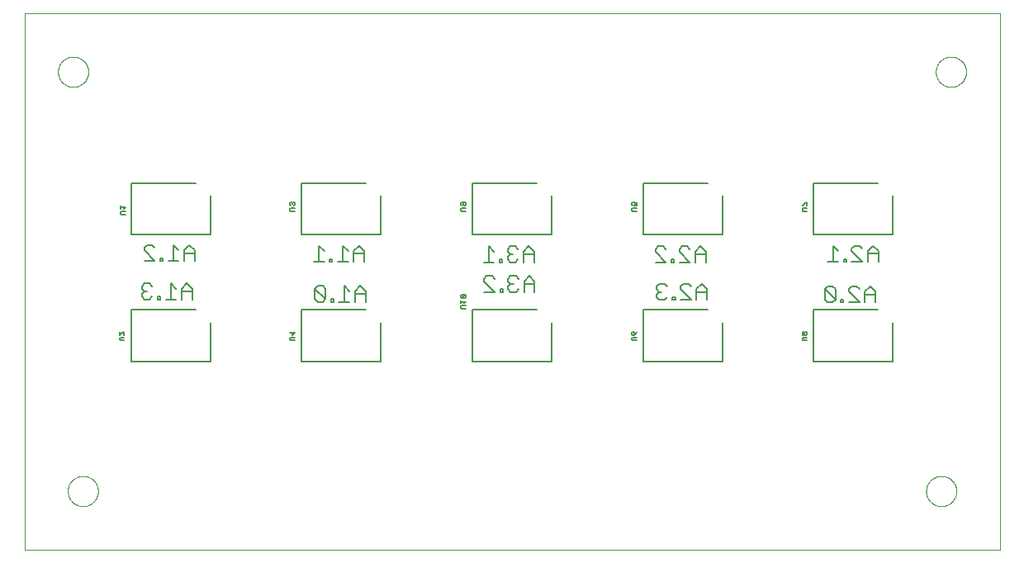
<source format=gbr>
G04 EAGLE Gerber RS-274X export*
G75*
%MOMM*%
%FSLAX34Y34*%
%LPD*%
%INSilkscreen Bottom*%
%IPPOS*%
%AMOC8*
5,1,8,0,0,1.08239X$1,22.5*%
G01*
%ADD10C,0.000000*%
%ADD11C,0.152400*%
%ADD12C,0.200000*%
%ADD13C,0.127000*%


D10*
X0Y0D02*
X1000000Y0D01*
X1000000Y550000D01*
X0Y550000D01*
X0Y0D01*
X44500Y60000D02*
X44505Y60380D01*
X44519Y60761D01*
X44542Y61140D01*
X44575Y61519D01*
X44617Y61897D01*
X44668Y62274D01*
X44728Y62650D01*
X44798Y63024D01*
X44877Y63396D01*
X44965Y63766D01*
X45061Y64134D01*
X45167Y64499D01*
X45282Y64862D01*
X45406Y65222D01*
X45539Y65578D01*
X45680Y65932D01*
X45830Y66281D01*
X45988Y66627D01*
X46155Y66969D01*
X46330Y67307D01*
X46514Y67640D01*
X46705Y67969D01*
X46905Y68292D01*
X47112Y68611D01*
X47327Y68925D01*
X47550Y69233D01*
X47781Y69536D01*
X48018Y69833D01*
X48263Y70124D01*
X48515Y70409D01*
X48774Y70688D01*
X49040Y70960D01*
X49312Y71226D01*
X49591Y71485D01*
X49876Y71737D01*
X50167Y71982D01*
X50464Y72219D01*
X50767Y72450D01*
X51075Y72673D01*
X51389Y72888D01*
X51708Y73095D01*
X52031Y73295D01*
X52360Y73486D01*
X52693Y73670D01*
X53031Y73845D01*
X53373Y74012D01*
X53719Y74170D01*
X54068Y74320D01*
X54422Y74461D01*
X54778Y74594D01*
X55138Y74718D01*
X55501Y74833D01*
X55866Y74939D01*
X56234Y75035D01*
X56604Y75123D01*
X56976Y75202D01*
X57350Y75272D01*
X57726Y75332D01*
X58103Y75383D01*
X58481Y75425D01*
X58860Y75458D01*
X59239Y75481D01*
X59620Y75495D01*
X60000Y75500D01*
X60380Y75495D01*
X60761Y75481D01*
X61140Y75458D01*
X61519Y75425D01*
X61897Y75383D01*
X62274Y75332D01*
X62650Y75272D01*
X63024Y75202D01*
X63396Y75123D01*
X63766Y75035D01*
X64134Y74939D01*
X64499Y74833D01*
X64862Y74718D01*
X65222Y74594D01*
X65578Y74461D01*
X65932Y74320D01*
X66281Y74170D01*
X66627Y74012D01*
X66969Y73845D01*
X67307Y73670D01*
X67640Y73486D01*
X67969Y73295D01*
X68292Y73095D01*
X68611Y72888D01*
X68925Y72673D01*
X69233Y72450D01*
X69536Y72219D01*
X69833Y71982D01*
X70124Y71737D01*
X70409Y71485D01*
X70688Y71226D01*
X70960Y70960D01*
X71226Y70688D01*
X71485Y70409D01*
X71737Y70124D01*
X71982Y69833D01*
X72219Y69536D01*
X72450Y69233D01*
X72673Y68925D01*
X72888Y68611D01*
X73095Y68292D01*
X73295Y67969D01*
X73486Y67640D01*
X73670Y67307D01*
X73845Y66969D01*
X74012Y66627D01*
X74170Y66281D01*
X74320Y65932D01*
X74461Y65578D01*
X74594Y65222D01*
X74718Y64862D01*
X74833Y64499D01*
X74939Y64134D01*
X75035Y63766D01*
X75123Y63396D01*
X75202Y63024D01*
X75272Y62650D01*
X75332Y62274D01*
X75383Y61897D01*
X75425Y61519D01*
X75458Y61140D01*
X75481Y60761D01*
X75495Y60380D01*
X75500Y60000D01*
X75495Y59620D01*
X75481Y59239D01*
X75458Y58860D01*
X75425Y58481D01*
X75383Y58103D01*
X75332Y57726D01*
X75272Y57350D01*
X75202Y56976D01*
X75123Y56604D01*
X75035Y56234D01*
X74939Y55866D01*
X74833Y55501D01*
X74718Y55138D01*
X74594Y54778D01*
X74461Y54422D01*
X74320Y54068D01*
X74170Y53719D01*
X74012Y53373D01*
X73845Y53031D01*
X73670Y52693D01*
X73486Y52360D01*
X73295Y52031D01*
X73095Y51708D01*
X72888Y51389D01*
X72673Y51075D01*
X72450Y50767D01*
X72219Y50464D01*
X71982Y50167D01*
X71737Y49876D01*
X71485Y49591D01*
X71226Y49312D01*
X70960Y49040D01*
X70688Y48774D01*
X70409Y48515D01*
X70124Y48263D01*
X69833Y48018D01*
X69536Y47781D01*
X69233Y47550D01*
X68925Y47327D01*
X68611Y47112D01*
X68292Y46905D01*
X67969Y46705D01*
X67640Y46514D01*
X67307Y46330D01*
X66969Y46155D01*
X66627Y45988D01*
X66281Y45830D01*
X65932Y45680D01*
X65578Y45539D01*
X65222Y45406D01*
X64862Y45282D01*
X64499Y45167D01*
X64134Y45061D01*
X63766Y44965D01*
X63396Y44877D01*
X63024Y44798D01*
X62650Y44728D01*
X62274Y44668D01*
X61897Y44617D01*
X61519Y44575D01*
X61140Y44542D01*
X60761Y44519D01*
X60380Y44505D01*
X60000Y44500D01*
X59620Y44505D01*
X59239Y44519D01*
X58860Y44542D01*
X58481Y44575D01*
X58103Y44617D01*
X57726Y44668D01*
X57350Y44728D01*
X56976Y44798D01*
X56604Y44877D01*
X56234Y44965D01*
X55866Y45061D01*
X55501Y45167D01*
X55138Y45282D01*
X54778Y45406D01*
X54422Y45539D01*
X54068Y45680D01*
X53719Y45830D01*
X53373Y45988D01*
X53031Y46155D01*
X52693Y46330D01*
X52360Y46514D01*
X52031Y46705D01*
X51708Y46905D01*
X51389Y47112D01*
X51075Y47327D01*
X50767Y47550D01*
X50464Y47781D01*
X50167Y48018D01*
X49876Y48263D01*
X49591Y48515D01*
X49312Y48774D01*
X49040Y49040D01*
X48774Y49312D01*
X48515Y49591D01*
X48263Y49876D01*
X48018Y50167D01*
X47781Y50464D01*
X47550Y50767D01*
X47327Y51075D01*
X47112Y51389D01*
X46905Y51708D01*
X46705Y52031D01*
X46514Y52360D01*
X46330Y52693D01*
X46155Y53031D01*
X45988Y53373D01*
X45830Y53719D01*
X45680Y54068D01*
X45539Y54422D01*
X45406Y54778D01*
X45282Y55138D01*
X45167Y55501D01*
X45061Y55866D01*
X44965Y56234D01*
X44877Y56604D01*
X44798Y56976D01*
X44728Y57350D01*
X44668Y57726D01*
X44617Y58103D01*
X44575Y58481D01*
X44542Y58860D01*
X44519Y59239D01*
X44505Y59620D01*
X44500Y60000D01*
X34500Y490000D02*
X34505Y490380D01*
X34519Y490761D01*
X34542Y491140D01*
X34575Y491519D01*
X34617Y491897D01*
X34668Y492274D01*
X34728Y492650D01*
X34798Y493024D01*
X34877Y493396D01*
X34965Y493766D01*
X35061Y494134D01*
X35167Y494499D01*
X35282Y494862D01*
X35406Y495222D01*
X35539Y495578D01*
X35680Y495932D01*
X35830Y496281D01*
X35988Y496627D01*
X36155Y496969D01*
X36330Y497307D01*
X36514Y497640D01*
X36705Y497969D01*
X36905Y498292D01*
X37112Y498611D01*
X37327Y498925D01*
X37550Y499233D01*
X37781Y499536D01*
X38018Y499833D01*
X38263Y500124D01*
X38515Y500409D01*
X38774Y500688D01*
X39040Y500960D01*
X39312Y501226D01*
X39591Y501485D01*
X39876Y501737D01*
X40167Y501982D01*
X40464Y502219D01*
X40767Y502450D01*
X41075Y502673D01*
X41389Y502888D01*
X41708Y503095D01*
X42031Y503295D01*
X42360Y503486D01*
X42693Y503670D01*
X43031Y503845D01*
X43373Y504012D01*
X43719Y504170D01*
X44068Y504320D01*
X44422Y504461D01*
X44778Y504594D01*
X45138Y504718D01*
X45501Y504833D01*
X45866Y504939D01*
X46234Y505035D01*
X46604Y505123D01*
X46976Y505202D01*
X47350Y505272D01*
X47726Y505332D01*
X48103Y505383D01*
X48481Y505425D01*
X48860Y505458D01*
X49239Y505481D01*
X49620Y505495D01*
X50000Y505500D01*
X50380Y505495D01*
X50761Y505481D01*
X51140Y505458D01*
X51519Y505425D01*
X51897Y505383D01*
X52274Y505332D01*
X52650Y505272D01*
X53024Y505202D01*
X53396Y505123D01*
X53766Y505035D01*
X54134Y504939D01*
X54499Y504833D01*
X54862Y504718D01*
X55222Y504594D01*
X55578Y504461D01*
X55932Y504320D01*
X56281Y504170D01*
X56627Y504012D01*
X56969Y503845D01*
X57307Y503670D01*
X57640Y503486D01*
X57969Y503295D01*
X58292Y503095D01*
X58611Y502888D01*
X58925Y502673D01*
X59233Y502450D01*
X59536Y502219D01*
X59833Y501982D01*
X60124Y501737D01*
X60409Y501485D01*
X60688Y501226D01*
X60960Y500960D01*
X61226Y500688D01*
X61485Y500409D01*
X61737Y500124D01*
X61982Y499833D01*
X62219Y499536D01*
X62450Y499233D01*
X62673Y498925D01*
X62888Y498611D01*
X63095Y498292D01*
X63295Y497969D01*
X63486Y497640D01*
X63670Y497307D01*
X63845Y496969D01*
X64012Y496627D01*
X64170Y496281D01*
X64320Y495932D01*
X64461Y495578D01*
X64594Y495222D01*
X64718Y494862D01*
X64833Y494499D01*
X64939Y494134D01*
X65035Y493766D01*
X65123Y493396D01*
X65202Y493024D01*
X65272Y492650D01*
X65332Y492274D01*
X65383Y491897D01*
X65425Y491519D01*
X65458Y491140D01*
X65481Y490761D01*
X65495Y490380D01*
X65500Y490000D01*
X65495Y489620D01*
X65481Y489239D01*
X65458Y488860D01*
X65425Y488481D01*
X65383Y488103D01*
X65332Y487726D01*
X65272Y487350D01*
X65202Y486976D01*
X65123Y486604D01*
X65035Y486234D01*
X64939Y485866D01*
X64833Y485501D01*
X64718Y485138D01*
X64594Y484778D01*
X64461Y484422D01*
X64320Y484068D01*
X64170Y483719D01*
X64012Y483373D01*
X63845Y483031D01*
X63670Y482693D01*
X63486Y482360D01*
X63295Y482031D01*
X63095Y481708D01*
X62888Y481389D01*
X62673Y481075D01*
X62450Y480767D01*
X62219Y480464D01*
X61982Y480167D01*
X61737Y479876D01*
X61485Y479591D01*
X61226Y479312D01*
X60960Y479040D01*
X60688Y478774D01*
X60409Y478515D01*
X60124Y478263D01*
X59833Y478018D01*
X59536Y477781D01*
X59233Y477550D01*
X58925Y477327D01*
X58611Y477112D01*
X58292Y476905D01*
X57969Y476705D01*
X57640Y476514D01*
X57307Y476330D01*
X56969Y476155D01*
X56627Y475988D01*
X56281Y475830D01*
X55932Y475680D01*
X55578Y475539D01*
X55222Y475406D01*
X54862Y475282D01*
X54499Y475167D01*
X54134Y475061D01*
X53766Y474965D01*
X53396Y474877D01*
X53024Y474798D01*
X52650Y474728D01*
X52274Y474668D01*
X51897Y474617D01*
X51519Y474575D01*
X51140Y474542D01*
X50761Y474519D01*
X50380Y474505D01*
X50000Y474500D01*
X49620Y474505D01*
X49239Y474519D01*
X48860Y474542D01*
X48481Y474575D01*
X48103Y474617D01*
X47726Y474668D01*
X47350Y474728D01*
X46976Y474798D01*
X46604Y474877D01*
X46234Y474965D01*
X45866Y475061D01*
X45501Y475167D01*
X45138Y475282D01*
X44778Y475406D01*
X44422Y475539D01*
X44068Y475680D01*
X43719Y475830D01*
X43373Y475988D01*
X43031Y476155D01*
X42693Y476330D01*
X42360Y476514D01*
X42031Y476705D01*
X41708Y476905D01*
X41389Y477112D01*
X41075Y477327D01*
X40767Y477550D01*
X40464Y477781D01*
X40167Y478018D01*
X39876Y478263D01*
X39591Y478515D01*
X39312Y478774D01*
X39040Y479040D01*
X38774Y479312D01*
X38515Y479591D01*
X38263Y479876D01*
X38018Y480167D01*
X37781Y480464D01*
X37550Y480767D01*
X37327Y481075D01*
X37112Y481389D01*
X36905Y481708D01*
X36705Y482031D01*
X36514Y482360D01*
X36330Y482693D01*
X36155Y483031D01*
X35988Y483373D01*
X35830Y483719D01*
X35680Y484068D01*
X35539Y484422D01*
X35406Y484778D01*
X35282Y485138D01*
X35167Y485501D01*
X35061Y485866D01*
X34965Y486234D01*
X34877Y486604D01*
X34798Y486976D01*
X34728Y487350D01*
X34668Y487726D01*
X34617Y488103D01*
X34575Y488481D01*
X34542Y488860D01*
X34519Y489239D01*
X34505Y489620D01*
X34500Y490000D01*
X934500Y490000D02*
X934505Y490380D01*
X934519Y490761D01*
X934542Y491140D01*
X934575Y491519D01*
X934617Y491897D01*
X934668Y492274D01*
X934728Y492650D01*
X934798Y493024D01*
X934877Y493396D01*
X934965Y493766D01*
X935061Y494134D01*
X935167Y494499D01*
X935282Y494862D01*
X935406Y495222D01*
X935539Y495578D01*
X935680Y495932D01*
X935830Y496281D01*
X935988Y496627D01*
X936155Y496969D01*
X936330Y497307D01*
X936514Y497640D01*
X936705Y497969D01*
X936905Y498292D01*
X937112Y498611D01*
X937327Y498925D01*
X937550Y499233D01*
X937781Y499536D01*
X938018Y499833D01*
X938263Y500124D01*
X938515Y500409D01*
X938774Y500688D01*
X939040Y500960D01*
X939312Y501226D01*
X939591Y501485D01*
X939876Y501737D01*
X940167Y501982D01*
X940464Y502219D01*
X940767Y502450D01*
X941075Y502673D01*
X941389Y502888D01*
X941708Y503095D01*
X942031Y503295D01*
X942360Y503486D01*
X942693Y503670D01*
X943031Y503845D01*
X943373Y504012D01*
X943719Y504170D01*
X944068Y504320D01*
X944422Y504461D01*
X944778Y504594D01*
X945138Y504718D01*
X945501Y504833D01*
X945866Y504939D01*
X946234Y505035D01*
X946604Y505123D01*
X946976Y505202D01*
X947350Y505272D01*
X947726Y505332D01*
X948103Y505383D01*
X948481Y505425D01*
X948860Y505458D01*
X949239Y505481D01*
X949620Y505495D01*
X950000Y505500D01*
X950380Y505495D01*
X950761Y505481D01*
X951140Y505458D01*
X951519Y505425D01*
X951897Y505383D01*
X952274Y505332D01*
X952650Y505272D01*
X953024Y505202D01*
X953396Y505123D01*
X953766Y505035D01*
X954134Y504939D01*
X954499Y504833D01*
X954862Y504718D01*
X955222Y504594D01*
X955578Y504461D01*
X955932Y504320D01*
X956281Y504170D01*
X956627Y504012D01*
X956969Y503845D01*
X957307Y503670D01*
X957640Y503486D01*
X957969Y503295D01*
X958292Y503095D01*
X958611Y502888D01*
X958925Y502673D01*
X959233Y502450D01*
X959536Y502219D01*
X959833Y501982D01*
X960124Y501737D01*
X960409Y501485D01*
X960688Y501226D01*
X960960Y500960D01*
X961226Y500688D01*
X961485Y500409D01*
X961737Y500124D01*
X961982Y499833D01*
X962219Y499536D01*
X962450Y499233D01*
X962673Y498925D01*
X962888Y498611D01*
X963095Y498292D01*
X963295Y497969D01*
X963486Y497640D01*
X963670Y497307D01*
X963845Y496969D01*
X964012Y496627D01*
X964170Y496281D01*
X964320Y495932D01*
X964461Y495578D01*
X964594Y495222D01*
X964718Y494862D01*
X964833Y494499D01*
X964939Y494134D01*
X965035Y493766D01*
X965123Y493396D01*
X965202Y493024D01*
X965272Y492650D01*
X965332Y492274D01*
X965383Y491897D01*
X965425Y491519D01*
X965458Y491140D01*
X965481Y490761D01*
X965495Y490380D01*
X965500Y490000D01*
X965495Y489620D01*
X965481Y489239D01*
X965458Y488860D01*
X965425Y488481D01*
X965383Y488103D01*
X965332Y487726D01*
X965272Y487350D01*
X965202Y486976D01*
X965123Y486604D01*
X965035Y486234D01*
X964939Y485866D01*
X964833Y485501D01*
X964718Y485138D01*
X964594Y484778D01*
X964461Y484422D01*
X964320Y484068D01*
X964170Y483719D01*
X964012Y483373D01*
X963845Y483031D01*
X963670Y482693D01*
X963486Y482360D01*
X963295Y482031D01*
X963095Y481708D01*
X962888Y481389D01*
X962673Y481075D01*
X962450Y480767D01*
X962219Y480464D01*
X961982Y480167D01*
X961737Y479876D01*
X961485Y479591D01*
X961226Y479312D01*
X960960Y479040D01*
X960688Y478774D01*
X960409Y478515D01*
X960124Y478263D01*
X959833Y478018D01*
X959536Y477781D01*
X959233Y477550D01*
X958925Y477327D01*
X958611Y477112D01*
X958292Y476905D01*
X957969Y476705D01*
X957640Y476514D01*
X957307Y476330D01*
X956969Y476155D01*
X956627Y475988D01*
X956281Y475830D01*
X955932Y475680D01*
X955578Y475539D01*
X955222Y475406D01*
X954862Y475282D01*
X954499Y475167D01*
X954134Y475061D01*
X953766Y474965D01*
X953396Y474877D01*
X953024Y474798D01*
X952650Y474728D01*
X952274Y474668D01*
X951897Y474617D01*
X951519Y474575D01*
X951140Y474542D01*
X950761Y474519D01*
X950380Y474505D01*
X950000Y474500D01*
X949620Y474505D01*
X949239Y474519D01*
X948860Y474542D01*
X948481Y474575D01*
X948103Y474617D01*
X947726Y474668D01*
X947350Y474728D01*
X946976Y474798D01*
X946604Y474877D01*
X946234Y474965D01*
X945866Y475061D01*
X945501Y475167D01*
X945138Y475282D01*
X944778Y475406D01*
X944422Y475539D01*
X944068Y475680D01*
X943719Y475830D01*
X943373Y475988D01*
X943031Y476155D01*
X942693Y476330D01*
X942360Y476514D01*
X942031Y476705D01*
X941708Y476905D01*
X941389Y477112D01*
X941075Y477327D01*
X940767Y477550D01*
X940464Y477781D01*
X940167Y478018D01*
X939876Y478263D01*
X939591Y478515D01*
X939312Y478774D01*
X939040Y479040D01*
X938774Y479312D01*
X938515Y479591D01*
X938263Y479876D01*
X938018Y480167D01*
X937781Y480464D01*
X937550Y480767D01*
X937327Y481075D01*
X937112Y481389D01*
X936905Y481708D01*
X936705Y482031D01*
X936514Y482360D01*
X936330Y482693D01*
X936155Y483031D01*
X935988Y483373D01*
X935830Y483719D01*
X935680Y484068D01*
X935539Y484422D01*
X935406Y484778D01*
X935282Y485138D01*
X935167Y485501D01*
X935061Y485866D01*
X934965Y486234D01*
X934877Y486604D01*
X934798Y486976D01*
X934728Y487350D01*
X934668Y487726D01*
X934617Y488103D01*
X934575Y488481D01*
X934542Y488860D01*
X934519Y489239D01*
X934505Y489620D01*
X934500Y490000D01*
X924500Y60000D02*
X924505Y60380D01*
X924519Y60761D01*
X924542Y61140D01*
X924575Y61519D01*
X924617Y61897D01*
X924668Y62274D01*
X924728Y62650D01*
X924798Y63024D01*
X924877Y63396D01*
X924965Y63766D01*
X925061Y64134D01*
X925167Y64499D01*
X925282Y64862D01*
X925406Y65222D01*
X925539Y65578D01*
X925680Y65932D01*
X925830Y66281D01*
X925988Y66627D01*
X926155Y66969D01*
X926330Y67307D01*
X926514Y67640D01*
X926705Y67969D01*
X926905Y68292D01*
X927112Y68611D01*
X927327Y68925D01*
X927550Y69233D01*
X927781Y69536D01*
X928018Y69833D01*
X928263Y70124D01*
X928515Y70409D01*
X928774Y70688D01*
X929040Y70960D01*
X929312Y71226D01*
X929591Y71485D01*
X929876Y71737D01*
X930167Y71982D01*
X930464Y72219D01*
X930767Y72450D01*
X931075Y72673D01*
X931389Y72888D01*
X931708Y73095D01*
X932031Y73295D01*
X932360Y73486D01*
X932693Y73670D01*
X933031Y73845D01*
X933373Y74012D01*
X933719Y74170D01*
X934068Y74320D01*
X934422Y74461D01*
X934778Y74594D01*
X935138Y74718D01*
X935501Y74833D01*
X935866Y74939D01*
X936234Y75035D01*
X936604Y75123D01*
X936976Y75202D01*
X937350Y75272D01*
X937726Y75332D01*
X938103Y75383D01*
X938481Y75425D01*
X938860Y75458D01*
X939239Y75481D01*
X939620Y75495D01*
X940000Y75500D01*
X940380Y75495D01*
X940761Y75481D01*
X941140Y75458D01*
X941519Y75425D01*
X941897Y75383D01*
X942274Y75332D01*
X942650Y75272D01*
X943024Y75202D01*
X943396Y75123D01*
X943766Y75035D01*
X944134Y74939D01*
X944499Y74833D01*
X944862Y74718D01*
X945222Y74594D01*
X945578Y74461D01*
X945932Y74320D01*
X946281Y74170D01*
X946627Y74012D01*
X946969Y73845D01*
X947307Y73670D01*
X947640Y73486D01*
X947969Y73295D01*
X948292Y73095D01*
X948611Y72888D01*
X948925Y72673D01*
X949233Y72450D01*
X949536Y72219D01*
X949833Y71982D01*
X950124Y71737D01*
X950409Y71485D01*
X950688Y71226D01*
X950960Y70960D01*
X951226Y70688D01*
X951485Y70409D01*
X951737Y70124D01*
X951982Y69833D01*
X952219Y69536D01*
X952450Y69233D01*
X952673Y68925D01*
X952888Y68611D01*
X953095Y68292D01*
X953295Y67969D01*
X953486Y67640D01*
X953670Y67307D01*
X953845Y66969D01*
X954012Y66627D01*
X954170Y66281D01*
X954320Y65932D01*
X954461Y65578D01*
X954594Y65222D01*
X954718Y64862D01*
X954833Y64499D01*
X954939Y64134D01*
X955035Y63766D01*
X955123Y63396D01*
X955202Y63024D01*
X955272Y62650D01*
X955332Y62274D01*
X955383Y61897D01*
X955425Y61519D01*
X955458Y61140D01*
X955481Y60761D01*
X955495Y60380D01*
X955500Y60000D01*
X955495Y59620D01*
X955481Y59239D01*
X955458Y58860D01*
X955425Y58481D01*
X955383Y58103D01*
X955332Y57726D01*
X955272Y57350D01*
X955202Y56976D01*
X955123Y56604D01*
X955035Y56234D01*
X954939Y55866D01*
X954833Y55501D01*
X954718Y55138D01*
X954594Y54778D01*
X954461Y54422D01*
X954320Y54068D01*
X954170Y53719D01*
X954012Y53373D01*
X953845Y53031D01*
X953670Y52693D01*
X953486Y52360D01*
X953295Y52031D01*
X953095Y51708D01*
X952888Y51389D01*
X952673Y51075D01*
X952450Y50767D01*
X952219Y50464D01*
X951982Y50167D01*
X951737Y49876D01*
X951485Y49591D01*
X951226Y49312D01*
X950960Y49040D01*
X950688Y48774D01*
X950409Y48515D01*
X950124Y48263D01*
X949833Y48018D01*
X949536Y47781D01*
X949233Y47550D01*
X948925Y47327D01*
X948611Y47112D01*
X948292Y46905D01*
X947969Y46705D01*
X947640Y46514D01*
X947307Y46330D01*
X946969Y46155D01*
X946627Y45988D01*
X946281Y45830D01*
X945932Y45680D01*
X945578Y45539D01*
X945222Y45406D01*
X944862Y45282D01*
X944499Y45167D01*
X944134Y45061D01*
X943766Y44965D01*
X943396Y44877D01*
X943024Y44798D01*
X942650Y44728D01*
X942274Y44668D01*
X941897Y44617D01*
X941519Y44575D01*
X941140Y44542D01*
X940761Y44519D01*
X940380Y44505D01*
X940000Y44500D01*
X939620Y44505D01*
X939239Y44519D01*
X938860Y44542D01*
X938481Y44575D01*
X938103Y44617D01*
X937726Y44668D01*
X937350Y44728D01*
X936976Y44798D01*
X936604Y44877D01*
X936234Y44965D01*
X935866Y45061D01*
X935501Y45167D01*
X935138Y45282D01*
X934778Y45406D01*
X934422Y45539D01*
X934068Y45680D01*
X933719Y45830D01*
X933373Y45988D01*
X933031Y46155D01*
X932693Y46330D01*
X932360Y46514D01*
X932031Y46705D01*
X931708Y46905D01*
X931389Y47112D01*
X931075Y47327D01*
X930767Y47550D01*
X930464Y47781D01*
X930167Y48018D01*
X929876Y48263D01*
X929591Y48515D01*
X929312Y48774D01*
X929040Y49040D01*
X928774Y49312D01*
X928515Y49591D01*
X928263Y49876D01*
X928018Y50167D01*
X927781Y50464D01*
X927550Y50767D01*
X927327Y51075D01*
X927112Y51389D01*
X926905Y51708D01*
X926705Y52031D01*
X926514Y52360D01*
X926330Y52693D01*
X926155Y53031D01*
X925988Y53373D01*
X925830Y53719D01*
X925680Y54068D01*
X925539Y54422D01*
X925406Y54778D01*
X925282Y55138D01*
X925167Y55501D01*
X925061Y55866D01*
X924965Y56234D01*
X924877Y56604D01*
X924798Y56976D01*
X924728Y57350D01*
X924668Y57726D01*
X924617Y58103D01*
X924575Y58481D01*
X924542Y58860D01*
X924519Y59239D01*
X924505Y59620D01*
X924500Y60000D01*
D11*
X174625Y295947D02*
X174625Y306794D01*
X169202Y312217D01*
X163778Y306794D01*
X163778Y295947D01*
X163778Y304082D02*
X174625Y304082D01*
X158253Y306794D02*
X152830Y312217D01*
X152830Y295947D01*
X158253Y295947D02*
X147407Y295947D01*
X141882Y295947D02*
X141882Y298659D01*
X139170Y298659D01*
X139170Y295947D01*
X141882Y295947D01*
X133696Y295947D02*
X122850Y295947D01*
X133696Y295947D02*
X122850Y306794D01*
X122850Y309505D01*
X125561Y312217D01*
X130984Y312217D01*
X133696Y309505D01*
X172085Y267551D02*
X172085Y256704D01*
X172085Y267551D02*
X166662Y272974D01*
X161238Y267551D01*
X161238Y256704D01*
X161238Y264839D02*
X172085Y264839D01*
X155713Y267551D02*
X150290Y272974D01*
X150290Y256704D01*
X155713Y256704D02*
X144867Y256704D01*
X139342Y256704D02*
X139342Y259416D01*
X136630Y259416D01*
X136630Y256704D01*
X139342Y256704D01*
X131156Y270262D02*
X128444Y272974D01*
X123021Y272974D01*
X120310Y270262D01*
X120310Y267551D01*
X123021Y264839D01*
X125733Y264839D01*
X123021Y264839D02*
X120310Y262127D01*
X120310Y259416D01*
X123021Y256704D01*
X128444Y256704D01*
X131156Y259416D01*
X348298Y295376D02*
X348298Y306222D01*
X342874Y311645D01*
X337451Y306222D01*
X337451Y295376D01*
X337451Y303510D02*
X348298Y303510D01*
X331926Y306222D02*
X326503Y311645D01*
X326503Y295376D01*
X331926Y295376D02*
X321079Y295376D01*
X315554Y295376D02*
X315554Y298087D01*
X312843Y298087D01*
X312843Y295376D01*
X315554Y295376D01*
X307369Y306222D02*
X301945Y311645D01*
X301945Y295376D01*
X296522Y295376D02*
X307369Y295376D01*
X349695Y265011D02*
X349695Y254164D01*
X349695Y265011D02*
X344271Y270434D01*
X338848Y265011D01*
X338848Y254164D01*
X338848Y262299D02*
X349695Y262299D01*
X333323Y265011D02*
X327900Y270434D01*
X327900Y254164D01*
X333323Y254164D02*
X322476Y254164D01*
X316951Y254164D02*
X316951Y256876D01*
X314240Y256876D01*
X314240Y254164D01*
X316951Y254164D01*
X308766Y256876D02*
X308766Y267722D01*
X306054Y270434D01*
X300631Y270434D01*
X297919Y267722D01*
X297919Y256876D01*
X300631Y254164D01*
X306054Y254164D01*
X308766Y256876D01*
X297919Y267722D01*
X522542Y294804D02*
X522542Y305651D01*
X517118Y311074D01*
X511695Y305651D01*
X511695Y294804D01*
X511695Y302939D02*
X522542Y302939D01*
X506170Y308362D02*
X503458Y311074D01*
X498035Y311074D01*
X495323Y308362D01*
X495323Y305651D01*
X498035Y302939D01*
X500747Y302939D01*
X498035Y302939D02*
X495323Y300227D01*
X495323Y297516D01*
X498035Y294804D01*
X503458Y294804D01*
X506170Y297516D01*
X489798Y297516D02*
X489798Y294804D01*
X489798Y297516D02*
X487087Y297516D01*
X487087Y294804D01*
X489798Y294804D01*
X481613Y305651D02*
X476189Y311074D01*
X476189Y294804D01*
X470766Y294804D02*
X481613Y294804D01*
X523113Y275171D02*
X523113Y264324D01*
X523113Y275171D02*
X517690Y280594D01*
X512266Y275171D01*
X512266Y264324D01*
X512266Y272459D02*
X523113Y272459D01*
X506741Y277882D02*
X504030Y280594D01*
X498607Y280594D01*
X495895Y277882D01*
X495895Y275171D01*
X498607Y272459D01*
X501318Y272459D01*
X498607Y272459D02*
X495895Y269747D01*
X495895Y267036D01*
X498607Y264324D01*
X504030Y264324D01*
X506741Y267036D01*
X490370Y267036D02*
X490370Y264324D01*
X490370Y267036D02*
X487658Y267036D01*
X487658Y264324D01*
X490370Y264324D01*
X482184Y264324D02*
X471338Y264324D01*
X482184Y264324D02*
X471338Y275171D01*
X471338Y277882D01*
X474049Y280594D01*
X479472Y280594D01*
X482184Y277882D01*
X698754Y294804D02*
X698754Y305651D01*
X693331Y311074D01*
X687907Y305651D01*
X687907Y294804D01*
X687907Y302939D02*
X698754Y302939D01*
X682382Y294804D02*
X671536Y294804D01*
X682382Y294804D02*
X671536Y305651D01*
X671536Y308362D01*
X674248Y311074D01*
X679671Y311074D01*
X682382Y308362D01*
X666011Y297516D02*
X666011Y294804D01*
X666011Y297516D02*
X663299Y297516D01*
X663299Y294804D01*
X666011Y294804D01*
X657825Y294804D02*
X646979Y294804D01*
X657825Y294804D02*
X646979Y305651D01*
X646979Y308362D01*
X649690Y311074D01*
X655113Y311074D01*
X657825Y308362D01*
X699897Y266979D02*
X699897Y256133D01*
X699897Y266979D02*
X694474Y272402D01*
X689050Y266979D01*
X689050Y256133D01*
X689050Y264267D02*
X699897Y264267D01*
X683525Y256133D02*
X672679Y256133D01*
X683525Y256133D02*
X672679Y266979D01*
X672679Y269691D01*
X675391Y272402D01*
X680814Y272402D01*
X683525Y269691D01*
X667154Y258844D02*
X667154Y256133D01*
X667154Y258844D02*
X664442Y258844D01*
X664442Y256133D01*
X667154Y256133D01*
X658968Y269691D02*
X656256Y272402D01*
X650833Y272402D01*
X648122Y269691D01*
X648122Y266979D01*
X650833Y264267D01*
X653545Y264267D01*
X650833Y264267D02*
X648122Y261556D01*
X648122Y258844D01*
X650833Y256133D01*
X656256Y256133D01*
X658968Y258844D01*
X875538Y295376D02*
X875538Y306222D01*
X870115Y311645D01*
X864691Y306222D01*
X864691Y295376D01*
X864691Y303510D02*
X875538Y303510D01*
X859166Y295376D02*
X848320Y295376D01*
X859166Y295376D02*
X848320Y306222D01*
X848320Y308934D01*
X851032Y311645D01*
X856455Y311645D01*
X859166Y308934D01*
X842795Y298087D02*
X842795Y295376D01*
X842795Y298087D02*
X840083Y298087D01*
X840083Y295376D01*
X842795Y295376D01*
X834609Y306222D02*
X829186Y311645D01*
X829186Y295376D01*
X834609Y295376D02*
X823763Y295376D01*
X872427Y264439D02*
X872427Y253593D01*
X872427Y264439D02*
X867003Y269862D01*
X861580Y264439D01*
X861580Y253593D01*
X861580Y261727D02*
X872427Y261727D01*
X856055Y253593D02*
X845208Y253593D01*
X845208Y264439D02*
X856055Y253593D01*
X845208Y264439D02*
X845208Y267151D01*
X847920Y269862D01*
X853343Y269862D01*
X856055Y267151D01*
X839683Y256304D02*
X839683Y253593D01*
X839683Y256304D02*
X836972Y256304D01*
X836972Y253593D01*
X839683Y253593D01*
X831498Y256304D02*
X831498Y267151D01*
X828786Y269862D01*
X823363Y269862D01*
X820651Y267151D01*
X820651Y256304D01*
X823363Y253593D01*
X828786Y253593D01*
X831498Y256304D01*
X820651Y267151D01*
D12*
X175400Y375950D02*
X109350Y375950D01*
X109350Y322850D01*
X190650Y322850D01*
X190650Y362700D01*
D13*
X103519Y343629D02*
X99494Y343629D01*
X98689Y344434D01*
X98689Y346044D01*
X99494Y346849D01*
X103519Y346849D01*
X101909Y349242D02*
X103519Y350852D01*
X98689Y350852D01*
X98689Y349242D02*
X98689Y352462D01*
D12*
X109350Y245950D02*
X175400Y245950D01*
X109350Y245950D02*
X109350Y192850D01*
X190650Y192850D01*
X190650Y232700D01*
D13*
X102379Y214489D02*
X98354Y214489D01*
X97549Y215294D01*
X97549Y216904D01*
X98354Y217709D01*
X102379Y217709D01*
X97549Y220102D02*
X97549Y223322D01*
X97549Y220102D02*
X100769Y223322D01*
X101574Y223322D01*
X102379Y222517D01*
X102379Y220907D01*
X101574Y220102D01*
D12*
X284350Y375950D02*
X350400Y375950D01*
X284350Y375950D02*
X284350Y322850D01*
X365650Y322850D01*
X365650Y362700D01*
D13*
X277379Y347029D02*
X273354Y347029D01*
X272549Y347834D01*
X272549Y349444D01*
X273354Y350249D01*
X277379Y350249D01*
X276574Y352642D02*
X277379Y353447D01*
X277379Y355057D01*
X276574Y355862D01*
X275769Y355862D01*
X274964Y355057D01*
X274964Y354252D01*
X274964Y355057D02*
X274159Y355862D01*
X273354Y355862D01*
X272549Y355057D01*
X272549Y353447D01*
X273354Y352642D01*
D12*
X284350Y245950D02*
X350400Y245950D01*
X284350Y245950D02*
X284350Y192850D01*
X365650Y192850D01*
X365650Y232700D01*
D13*
X277379Y214489D02*
X273354Y214489D01*
X272549Y215294D01*
X272549Y216904D01*
X273354Y217709D01*
X277379Y217709D01*
X277379Y222517D02*
X272549Y222517D01*
X274964Y220102D02*
X277379Y222517D01*
X274964Y223322D02*
X274964Y220102D01*
D12*
X634350Y375950D02*
X700400Y375950D01*
X634350Y375950D02*
X634350Y322850D01*
X715650Y322850D01*
X715650Y362700D01*
D13*
X627379Y347029D02*
X623354Y347029D01*
X622549Y347834D01*
X622549Y349444D01*
X623354Y350249D01*
X627379Y350249D01*
X627379Y352642D02*
X627379Y355862D01*
X627379Y352642D02*
X624964Y352642D01*
X625769Y354252D01*
X625769Y355057D01*
X624964Y355862D01*
X623354Y355862D01*
X622549Y355057D01*
X622549Y353447D01*
X623354Y352642D01*
D12*
X634350Y245950D02*
X700400Y245950D01*
X634350Y245950D02*
X634350Y192850D01*
X715650Y192850D01*
X715650Y232700D01*
D13*
X627379Y214489D02*
X623354Y214489D01*
X622549Y215294D01*
X622549Y216904D01*
X623354Y217709D01*
X627379Y217709D01*
X626574Y221712D02*
X627379Y223322D01*
X626574Y221712D02*
X624964Y220102D01*
X623354Y220102D01*
X622549Y220907D01*
X622549Y222517D01*
X623354Y223322D01*
X624159Y223322D01*
X624964Y222517D01*
X624964Y220102D01*
D12*
X809350Y375950D02*
X875400Y375950D01*
X809350Y375950D02*
X809350Y322850D01*
X890650Y322850D01*
X890650Y362700D01*
D13*
X802379Y347029D02*
X798354Y347029D01*
X797549Y347834D01*
X797549Y349444D01*
X798354Y350249D01*
X802379Y350249D01*
X802379Y352642D02*
X802379Y355862D01*
X801574Y355862D01*
X798354Y352642D01*
X797549Y352642D01*
D12*
X809350Y245950D02*
X875400Y245950D01*
X809350Y245950D02*
X809350Y192850D01*
X890650Y192850D01*
X890650Y232700D01*
D13*
X802379Y214489D02*
X798354Y214489D01*
X797549Y215294D01*
X797549Y216904D01*
X798354Y217709D01*
X802379Y217709D01*
X801574Y220102D02*
X802379Y220907D01*
X802379Y222517D01*
X801574Y223322D01*
X800769Y223322D01*
X799964Y222517D01*
X799159Y223322D01*
X798354Y223322D01*
X797549Y222517D01*
X797549Y220907D01*
X798354Y220102D01*
X799159Y220102D01*
X799964Y220907D01*
X800769Y220102D01*
X801574Y220102D01*
X799964Y220907D02*
X799964Y222517D01*
D12*
X525400Y375950D02*
X459350Y375950D01*
X459350Y322850D01*
X540650Y322850D01*
X540650Y362700D01*
D13*
X452379Y347029D02*
X448354Y347029D01*
X447549Y347834D01*
X447549Y349444D01*
X448354Y350249D01*
X452379Y350249D01*
X448354Y352642D02*
X447549Y353447D01*
X447549Y355057D01*
X448354Y355862D01*
X451574Y355862D01*
X452379Y355057D01*
X452379Y353447D01*
X451574Y352642D01*
X450769Y352642D01*
X449964Y353447D01*
X449964Y355862D01*
D12*
X459350Y245950D02*
X525400Y245950D01*
X459350Y245950D02*
X459350Y192850D01*
X540650Y192850D01*
X540650Y232700D01*
D13*
X452379Y246976D02*
X448354Y246976D01*
X447549Y247781D01*
X447549Y249391D01*
X448354Y250196D01*
X452379Y250196D01*
X450769Y252589D02*
X452379Y254199D01*
X447549Y254199D01*
X447549Y252589D02*
X447549Y255809D01*
X448354Y258202D02*
X451574Y258202D01*
X452379Y259007D01*
X452379Y260617D01*
X451574Y261422D01*
X448354Y261422D01*
X447549Y260617D01*
X447549Y259007D01*
X448354Y258202D01*
X451574Y261422D01*
M02*

</source>
